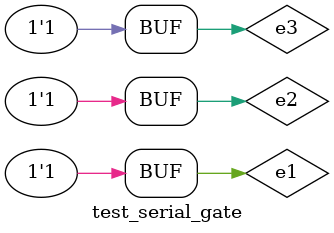
<source format=v>
`include "src/primitive/gate/gate_and.v"
`include "src/primitive/gate/gate_nand.v"
`include "src/primitive/gate/gate_nor.v"
`include "src/primitive/gate/gate_or.v"
`include "src/primitive/gate/gate_xnor.v"
`include "src/primitive/gate/gate_xor.v"

module test_serial_gate;
   parameter WAY = 3;
   reg e1, e2, e3;
   wire out_nor, out_nand, out_and, out_or, out_xor, out_xnor;
   wire	b_out_nor, b_out_nand;

   gate_and  #(                .WAY(WAY)) gate_and_inst (out_and,   {e3, e2, e1});
   gate_or   #(                .WAY(WAY)) gate_or_inst  (out_or,    {e3, e2, e1});
   gate_nor  #(.BEHAVIORAL(0), .WAY(WAY)) gate_nor_inst (out_nor,   {e3, e2, e1});
   gate_nand #(.BEHAVIORAL(0), .WAY(WAY)) gate_nand_inst(out_nand,  {e3, e2, e1});
   gate_xor  #(                .WAY(WAY)) gate_xor_inst (out_xor,   {e3, e2, e1});
   gate_xnor #(                .WAY(WAY)) gate_xnor_inst(out_xnor,  {e3, e2, e1});

   gate_nor  #(.BEHAVIORAL(1), .WAY(WAY)) b_gate_nor_inst (b_out_nor,   {e3, e2, e1});
   gate_nand #(.BEHAVIORAL(1), .WAY(WAY)) b_gate_nand_inst(b_out_nand,  {e3, e2, e1});

   initial
     begin
	$dumpfile("signal_test_serial_gate.vcd");
        $dumpvars;
        $monitor("time %d\ne1\t%b\ne2\t%b\ne3\t%b\nnor\t%b\nnand\t%b\nand\t%b\nor\t%b\nxor\t%b\nxnor\t%b\nb_nand\t%d\nb_nor\t%d\n\n",
		 $time, e1, e2, e3,
		 out_nor, out_nand, out_and,
		 out_or, out_xor , out_xnor,
		 b_out_nand, b_out_nor);

	e1 <= 0;
	e2 <= 0;
	e3 <= 0;
	#10;
	e1 <= 1;
	#10;
	e1 <= 0;
	e2 <= 1;
	#10;
	e1 <= 1;
	#10;

	e1 <= 0;
	e2 <= 0;
	e3 <= 1;
	#10;
	e1 <= 1;
	#10;
	e1 <= 0;
	e2 <= 1;
	#10;
	e1 <= 1;
	#10;
	
     end
endmodule // test_gate_nor

</source>
